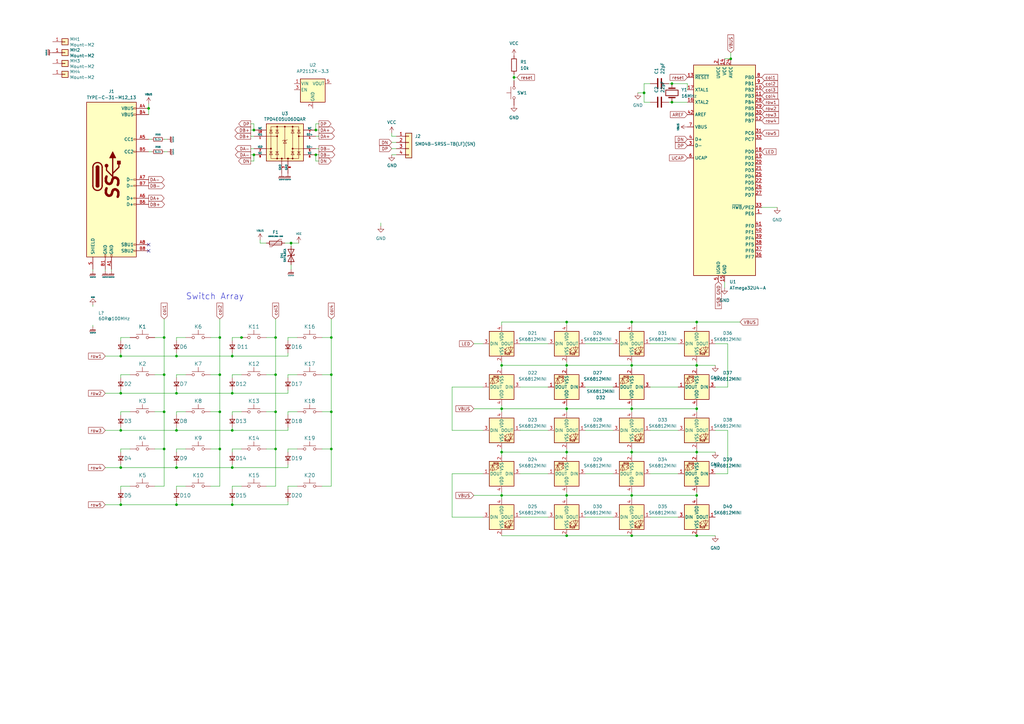
<source format=kicad_sch>
(kicad_sch (version 20211123) (generator eeschema)
  (paper "A3")
  (junction (at 135.89 138.43))
  (junction (at 104.14 53.34))
  (junction (at 232.41 167.64))
  (junction (at 259.08 185.42))
  (junction (at 67.31 153.67))
  (junction (at 49.53 176.53))
  (junction (at 205.74 167.64))
  (junction (at 205.74 203.2))
  (junction (at 95.25 207.01))
  (junction (at 90.17 168.91))
  (junction (at 259.08 203.2))
  (junction (at 259.08 219.71))
  (junction (at 285.75 132.08))
  (junction (at 275.59 34.29))
  (junction (at 90.17 184.15))
  (junction (at 72.39 191.77))
  (junction (at 210.82 31.75))
  (junction (at 285.75 167.64))
  (junction (at 232.41 132.08))
  (junction (at 119.38 99.695))
  (junction (at 95.25 176.53))
  (junction (at 67.31 168.91))
  (junction (at 259.08 167.64))
  (junction (at 135.89 153.67))
  (junction (at 72.39 146.05))
  (junction (at 90.17 153.67))
  (junction (at 205.74 149.86))
  (junction (at 72.39 161.29))
  (junction (at 232.41 149.86))
  (junction (at 259.08 149.86))
  (junction (at 285.75 203.2))
  (junction (at 129.54 63.5))
  (junction (at 90.17 138.43))
  (junction (at 264.16 38.1))
  (junction (at 72.39 207.01))
  (junction (at 95.25 146.05))
  (junction (at 113.03 138.43))
  (junction (at 49.53 161.29))
  (junction (at 95.25 161.29))
  (junction (at 67.31 138.43))
  (junction (at 275.59 41.91))
  (junction (at 104.14 63.5))
  (junction (at 49.53 191.77))
  (junction (at 285.75 149.86))
  (junction (at 129.54 53.34))
  (junction (at 285.75 185.42))
  (junction (at 113.03 184.15))
  (junction (at 299.72 24.13))
  (junction (at 49.53 207.01))
  (junction (at 113.03 153.67))
  (junction (at 285.75 219.71))
  (junction (at 232.41 203.2))
  (junction (at 95.25 191.77))
  (junction (at 135.89 168.91))
  (junction (at 135.89 184.15))
  (junction (at 232.41 185.42))
  (junction (at 49.53 146.05))
  (junction (at 99.06 138.43))
  (junction (at 205.74 185.42))
  (junction (at 232.41 219.71))
  (junction (at 67.31 184.15))
  (junction (at 259.08 132.08))
  (junction (at 72.39 176.53))
  (junction (at 113.03 168.91))
  (junction (at 60.96 44.45))
  (no_connect (at 60.96 102.87))
  (no_connect (at 60.96 100.33))
  (wire (pts (xy 118.11 160.02) (xy 118.11 161.29)))
  (wire (pts (xy 49.53 175.26) (xy 49.53 176.53)))
  (wire (pts (xy 259.08 167.64) (xy 259.08 168.91)))
  (wire (pts (xy 49.53 138.43) (xy 49.53 139.7)))
  (wire (pts (xy 72.39 184.15) (xy 72.39 185.42)))
  (wire (pts (xy 109.22 184.15) (xy 113.03 184.15)))
  (wire (pts (xy 60.96 62.23) (xy 62.23 62.23)))
  (wire (pts (xy 109.22 199.39) (xy 113.03 199.39)))
  (wire (pts (xy 261.62 38.1) (xy 264.16 38.1)))
  (wire (pts (xy 118.11 138.43) (xy 118.11 139.7)))
  (wire (pts (xy 72.39 176.53) (xy 95.25 176.53)))
  (wire (pts (xy 63.5 138.43) (xy 67.31 138.43)))
  (wire (pts (xy 95.25 146.05) (xy 118.11 146.05)))
  (wire (pts (xy 95.25 168.91) (xy 99.06 168.91)))
  (wire (pts (xy 102.87 66.04) (xy 104.14 66.04)))
  (wire (pts (xy 132.08 153.67) (xy 135.89 153.67)))
  (wire (pts (xy 299.72 21.59) (xy 299.72 24.13)))
  (wire (pts (xy 129.54 63.5) (xy 130.81 63.5)))
  (wire (pts (xy 297.18 24.13) (xy 299.72 24.13)))
  (wire (pts (xy 285.75 132.08) (xy 285.75 133.35)))
  (wire (pts (xy 90.17 130.81) (xy 90.17 138.43)))
  (wire (pts (xy 274.32 34.29) (xy 275.59 34.29)))
  (wire (pts (xy 86.36 153.67) (xy 90.17 153.67)))
  (wire (pts (xy 264.16 34.29) (xy 266.7 34.29)))
  (wire (pts (xy 90.17 184.15) (xy 90.17 199.39)))
  (wire (pts (xy 259.08 219.71) (xy 285.75 219.71)))
  (wire (pts (xy 113.03 153.67) (xy 113.03 168.91)))
  (wire (pts (xy 109.22 153.67) (xy 113.03 153.67)))
  (wire (pts (xy 104.14 50.8) (xy 104.14 53.34)))
  (wire (pts (xy 63.5 168.91) (xy 67.31 168.91)))
  (wire (pts (xy 104.14 66.04) (xy 104.14 63.5)))
  (wire (pts (xy 129.54 50.8) (xy 129.54 53.34)))
  (wire (pts (xy 60.96 44.45) (xy 60.96 46.99)))
  (wire (pts (xy 135.89 168.91) (xy 135.89 184.15)))
  (wire (pts (xy 185.42 212.09) (xy 198.12 212.09)))
  (wire (pts (xy 259.08 166.37) (xy 259.08 167.64)))
  (wire (pts (xy 205.74 203.2) (xy 232.41 203.2)))
  (wire (pts (xy 240.03 212.09) (xy 251.46 212.09)))
  (wire (pts (xy 49.53 199.39) (xy 53.34 199.39)))
  (wire (pts (xy 95.25 153.67) (xy 99.06 153.67)))
  (wire (pts (xy 132.08 168.91) (xy 135.89 168.91)))
  (wire (pts (xy 194.31 203.2) (xy 205.74 203.2)))
  (wire (pts (xy 156.21 91.44) (xy 156.21 92.71)))
  (wire (pts (xy 118.11 199.39) (xy 118.11 200.66)))
  (wire (pts (xy 232.41 148.59) (xy 232.41 149.86)))
  (wire (pts (xy 102.87 60.96) (xy 104.14 60.96)))
  (wire (pts (xy 132.08 199.39) (xy 135.89 199.39)))
  (wire (pts (xy 95.25 205.74) (xy 95.25 207.01)))
  (wire (pts (xy 266.7 41.91) (xy 264.16 41.91)))
  (wire (pts (xy 205.74 185.42) (xy 232.41 185.42)))
  (wire (pts (xy 213.36 158.75) (xy 224.79 158.75)))
  (wire (pts (xy 63.5 153.67) (xy 67.31 153.67)))
  (wire (pts (xy 72.39 144.78) (xy 72.39 146.05)))
  (wire (pts (xy 275.59 41.91) (xy 281.94 41.91)))
  (wire (pts (xy 132.08 138.43) (xy 135.89 138.43)))
  (wire (pts (xy 95.25 176.53) (xy 118.11 176.53)))
  (wire (pts (xy 72.39 160.02) (xy 72.39 161.29)))
  (wire (pts (xy 198.12 194.31) (xy 185.42 194.31)))
  (wire (pts (xy 162.56 58.42) (xy 160.655 58.42)))
  (wire (pts (xy 43.18 146.05) (xy 49.53 146.05)))
  (wire (pts (xy 67.31 168.91) (xy 67.31 184.15)))
  (wire (pts (xy 95.25 190.5) (xy 95.25 191.77)))
  (wire (pts (xy 63.5 199.39) (xy 67.31 199.39)))
  (wire (pts (xy 232.41 203.2) (xy 232.41 204.47)))
  (wire (pts (xy 86.36 199.39) (xy 90.17 199.39)))
  (wire (pts (xy 67.31 153.67) (xy 67.31 168.91)))
  (wire (pts (xy 72.39 207.01) (xy 95.25 207.01)))
  (wire (pts (xy 259.08 149.86) (xy 259.08 151.13)))
  (wire (pts (xy 298.45 158.75) (xy 293.37 158.75)))
  (wire (pts (xy 116.84 99.695) (xy 119.38 99.695)))
  (wire (pts (xy 185.42 194.31) (xy 185.42 212.09)))
  (wire (pts (xy 102.87 63.5) (xy 104.14 63.5)))
  (wire (pts (xy 240.03 194.31) (xy 251.46 194.31)))
  (wire (pts (xy 95.25 168.91) (xy 95.25 170.18)))
  (wire (pts (xy 240.03 140.97) (xy 251.46 140.97)))
  (wire (pts (xy 49.53 144.78) (xy 49.53 146.05)))
  (wire (pts (xy 49.53 199.39) (xy 49.53 200.66)))
  (wire (pts (xy 119.38 99.695) (xy 122.555 99.695)))
  (wire (pts (xy 205.74 185.42) (xy 205.74 186.69)))
  (wire (pts (xy 259.08 149.86) (xy 232.41 149.86)))
  (wire (pts (xy 106.68 99.695) (xy 109.22 99.695)))
  (wire (pts (xy 232.41 201.93) (xy 232.41 203.2)))
  (wire (pts (xy 135.89 153.67) (xy 135.89 168.91)))
  (wire (pts (xy 43.18 161.29) (xy 49.53 161.29)))
  (wire (pts (xy 285.75 219.71) (xy 293.37 219.71)))
  (wire (pts (xy 63.5 184.15) (xy 67.31 184.15)))
  (wire (pts (xy 135.89 184.15) (xy 135.89 199.39)))
  (wire (pts (xy 119.38 108.585) (xy 119.38 110.49)))
  (wire (pts (xy 194.31 167.64) (xy 205.74 167.64)))
  (wire (pts (xy 160.655 63.5) (xy 162.56 63.5)))
  (wire (pts (xy 285.75 132.08) (xy 259.08 132.08)))
  (wire (pts (xy 205.74 149.86) (xy 205.74 151.13)))
  (wire (pts (xy 194.31 140.97) (xy 198.12 140.97)))
  (wire (pts (xy 67.31 57.15) (xy 68.58 57.15)))
  (wire (pts (xy 72.39 190.5) (xy 72.39 191.77)))
  (wire (pts (xy 205.74 184.15) (xy 205.74 185.42)))
  (wire (pts (xy 72.39 161.29) (xy 95.25 161.29)))
  (wire (pts (xy 49.53 176.53) (xy 72.39 176.53)))
  (wire (pts (xy 198.12 158.75) (xy 185.42 158.75)))
  (wire (pts (xy 259.08 132.08) (xy 232.41 132.08)))
  (wire (pts (xy 109.22 138.43) (xy 113.03 138.43)))
  (wire (pts (xy 45.72 110.49) (xy 45.72 111.125)))
  (wire (pts (xy 106.68 98.425) (xy 106.68 99.695)))
  (wire (pts (xy 38.1 125.095) (xy 38.1 125.73)))
  (wire (pts (xy 72.39 153.67) (xy 76.2 153.67)))
  (wire (pts (xy 95.25 199.39) (xy 95.25 200.66)))
  (wire (pts (xy 210.82 31.75) (xy 212.09 31.75)))
  (wire (pts (xy 43.18 191.77) (xy 49.53 191.77)))
  (wire (pts (xy 86.36 168.91) (xy 90.17 168.91)))
  (wire (pts (xy 266.7 158.75) (xy 278.13 158.75)))
  (wire (pts (xy 95.25 160.02) (xy 95.25 161.29)))
  (wire (pts (xy 259.08 167.64) (xy 285.75 167.64)))
  (wire (pts (xy 285.75 167.64) (xy 285.75 166.37)))
  (wire (pts (xy 118.11 138.43) (xy 121.92 138.43)))
  (wire (pts (xy 49.53 160.02) (xy 49.53 161.29)))
  (wire (pts (xy 266.7 212.09) (xy 278.13 212.09)))
  (wire (pts (xy 213.36 140.97) (xy 224.79 140.97)))
  (wire (pts (xy 232.41 184.15) (xy 232.41 185.42)))
  (wire (pts (xy 259.08 148.59) (xy 259.08 149.86)))
  (wire (pts (xy 49.53 184.15) (xy 53.34 184.15)))
  (wire (pts (xy 72.39 199.39) (xy 72.39 200.66)))
  (wire (pts (xy 298.45 194.31) (xy 293.37 194.31)))
  (wire (pts (xy 259.08 184.15) (xy 259.08 185.42)))
  (wire (pts (xy 67.31 138.43) (xy 67.31 153.67)))
  (wire (pts (xy 285.75 149.86) (xy 285.75 151.13)))
  (wire (pts (xy 285.75 203.2) (xy 285.75 201.93)))
  (wire (pts (xy 129.54 60.96) (xy 130.81 60.96)))
  (wire (pts (xy 205.74 203.2) (xy 205.74 204.47)))
  (wire (pts (xy 129.54 66.04) (xy 130.81 66.04)))
  (wire (pts (xy 266.7 140.97) (xy 278.13 140.97)))
  (wire (pts (xy 232.41 132.08) (xy 232.41 133.35)))
  (wire (pts (xy 72.39 175.26) (xy 72.39 176.53)))
  (wire (pts (xy 293.37 149.86) (xy 285.75 149.86)))
  (wire (pts (xy 90.17 138.43) (xy 90.17 153.67)))
  (wire (pts (xy 205.74 132.08) (xy 205.74 133.35)))
  (wire (pts (xy 281.94 36.83) (xy 281.94 34.29)))
  (wire (pts (xy 293.37 140.97) (xy 298.45 140.97)))
  (wire (pts (xy 285.75 167.64) (xy 285.75 168.91)))
  (wire (pts (xy 95.25 199.39) (xy 99.06 199.39)))
  (wire (pts (xy 86.36 138.43) (xy 90.17 138.43)))
  (wire (pts (xy 160.655 54.61) (xy 160.655 55.88)))
  (wire (pts (xy 118.11 184.15) (xy 121.92 184.15)))
  (wire (pts (xy 113.03 130.81) (xy 113.03 138.43)))
  (wire (pts (xy 303.53 132.08) (xy 285.75 132.08)))
  (wire (pts (xy 90.17 153.67) (xy 90.17 168.91)))
  (wire (pts (xy 49.53 153.67) (xy 49.53 154.94)))
  (wire (pts (xy 213.36 194.31) (xy 224.79 194.31)))
  (wire (pts (xy 205.74 166.37) (xy 205.74 167.64)))
  (wire (pts (xy 72.39 184.15) (xy 76.2 184.15)))
  (wire (pts (xy 185.42 176.53) (xy 198.12 176.53)))
  (wire (pts (xy 49.53 207.01) (xy 72.39 207.01)))
  (wire (pts (xy 266.7 194.31) (xy 278.13 194.31)))
  (wire (pts (xy 95.25 161.29) (xy 118.11 161.29)))
  (wire (pts (xy 285.75 185.42) (xy 293.37 185.42)))
  (wire (pts (xy 232.41 167.64) (xy 259.08 167.64)))
  (wire (pts (xy 102.87 55.88) (xy 104.14 55.88)))
  (wire (pts (xy 67.31 62.23) (xy 68.58 62.23)))
  (wire (pts (xy 118.11 205.74) (xy 118.11 207.01)))
  (wire (pts (xy 72.39 168.91) (xy 72.39 170.18)))
  (wire (pts (xy 43.18 207.01) (xy 49.53 207.01)))
  (wire (pts (xy 275.59 34.29) (xy 281.94 34.29)))
  (wire (pts (xy 113.03 184.15) (xy 113.03 199.39)))
  (wire (pts (xy 72.39 138.43) (xy 72.39 139.7)))
  (wire (pts (xy 298.45 140.97) (xy 298.45 158.75)))
  (wire (pts (xy 60.96 42.545) (xy 60.96 44.45)))
  (wire (pts (xy 95.25 138.43) (xy 95.25 139.7)))
  (wire (pts (xy 298.45 176.53) (xy 298.45 194.31)))
  (wire (pts (xy 72.39 146.05) (xy 95.25 146.05)))
  (wire (pts (xy 259.08 203.2) (xy 259.08 204.47)))
  (wire (pts (xy 132.08 184.15) (xy 135.89 184.15)))
  (wire (pts (xy 232.41 185.42) (xy 259.08 185.42)))
  (wire (pts (xy 205.74 167.64) (xy 232.41 167.64)))
  (wire (pts (xy 213.36 176.53) (xy 224.79 176.53)))
  (wire (pts (xy 118.11 153.67) (xy 118.11 154.94)))
  (wire (pts (xy 95.25 153.67) (xy 95.25 154.94)))
  (wire (pts (xy 205.74 219.71) (xy 232.41 219.71)))
  (wire (pts (xy 264.16 41.91) (xy 264.16 38.1)))
  (wire (pts (xy 285.75 203.2) (xy 285.75 204.47)))
  (wire (pts (xy 119.38 99.695) (xy 119.38 100.965)))
  (wire (pts (xy 259.08 203.2) (xy 285.75 203.2)))
  (wire (pts (xy 43.18 110.49) (xy 43.18 111.125)))
  (wire (pts (xy 72.39 138.43) (xy 76.2 138.43)))
  (wire (pts (xy 95.25 138.43) (xy 99.06 138.43)))
  (wire (pts (xy 118.11 199.39) (xy 121.92 199.39)))
  (wire (pts (xy 129.54 63.5) (xy 129.54 66.04)))
  (wire (pts (xy 72.39 153.67) (xy 72.39 154.94)))
  (wire (pts (xy 160.655 60.96) (xy 162.56 60.96)))
  (wire (pts (xy 135.89 130.81) (xy 135.89 138.43)))
  (wire (pts (xy 102.87 50.8) (xy 104.14 50.8)))
  (wire (pts (xy 205.74 201.93) (xy 205.74 203.2)))
  (wire (pts (xy 205.74 167.64) (xy 205.74 168.91)))
  (wire (pts (xy 160.655 55.88) (xy 162.56 55.88)))
  (wire (pts (xy 285.75 185.42) (xy 285.75 186.69)))
  (wire (pts (xy 113.03 138.43) (xy 113.03 153.67)))
  (wire (pts (xy 210.82 30.48) (xy 210.82 31.75)))
  (wire (pts (xy 49.53 168.91) (xy 53.34 168.91)))
  (wire (pts (xy 118.11 168.91) (xy 118.11 170.18)))
  (wire (pts (xy 49.53 205.74) (xy 49.53 207.01)))
  (wire (pts (xy 213.36 212.09) (xy 224.79 212.09)))
  (wire (pts (xy 118.11 168.91) (xy 121.92 168.91)))
  (wire (pts (xy 49.53 191.77) (xy 72.39 191.77)))
  (wire (pts (xy 43.18 176.53) (xy 49.53 176.53)))
  (wire (pts (xy 95.25 144.78) (xy 95.25 146.05)))
  (wire (pts (xy 293.37 176.53) (xy 298.45 176.53)))
  (wire (pts (xy 67.31 130.81) (xy 67.31 138.43)))
  (wire (pts (xy 264.16 38.1) (xy 264.16 34.29)))
  (wire (pts (xy 95.25 175.26) (xy 95.25 176.53)))
  (wire (pts (xy 49.53 153.67) (xy 53.34 153.67)))
  (wire (pts (xy 72.39 191.77) (xy 95.25 191.77)))
  (wire (pts (xy 130.81 50.8) (xy 129.54 50.8)))
  (wire (pts (xy 72.39 168.91) (xy 76.2 168.91)))
  (wire (pts (xy 95.25 184.15) (xy 95.25 185.42)))
  (wire (pts (xy 60.96 57.15) (xy 62.23 57.15)))
  (wire (pts (xy 49.53 168.91) (xy 49.53 170.18)))
  (wire (pts (xy 38.1 133.35) (xy 38.1 133.985)))
  (wire (pts (xy 102.87 53.34) (xy 104.14 53.34)))
  (wire (pts (xy 49.53 184.15) (xy 49.53 185.42)))
  (wire (pts (xy 118.11 144.78) (xy 118.11 146.05)))
  (wire (pts (xy 72.39 199.39) (xy 76.2 199.39)))
  (wire (pts (xy 113.03 168.91) (xy 113.03 184.15)))
  (wire (pts (xy 259.08 132.08) (xy 259.08 133.35)))
  (wire (pts (xy 285.75 148.59) (xy 285.75 149.86)))
  (wire (pts (xy 274.32 41.91) (xy 275.59 41.91)))
  (wire (pts (xy 86.36 184.15) (xy 90.17 184.15)))
  (wire (pts (xy 49.53 161.29) (xy 72.39 161.29)))
  (wire (pts (xy 285.75 184.15) (xy 285.75 185.42)))
  (wire (pts (xy 240.03 158.75) (xy 251.46 158.75)))
  (wire (pts (xy 118.11 153.67) (xy 121.92 153.67)))
  (wire (pts (xy 118.11 175.26) (xy 118.11 176.53)))
  (wire (pts (xy 259.08 185.42) (xy 285.75 185.42)))
  (wire (pts (xy 259.08 185.42) (xy 259.08 186.69)))
  (wire (pts (xy 232.41 132.08) (xy 205.74 132.08)))
  (wire (pts (xy 259.08 201.93) (xy 259.08 203.2)))
  (wire (pts (xy 129.54 55.88) (xy 130.81 55.88)))
  (wire (pts (xy 232.41 219.71) (xy 259.08 219.71)))
  (wire (pts (xy 118.11 190.5) (xy 118.11 191.77)))
  (wire (pts (xy 38.1 110.49) (xy 38.1 111.125)))
  (wire (pts (xy 205.74 149.86) (xy 205.74 148.59)))
  (wire (pts (xy 90.17 168.91) (xy 90.17 184.15)))
  (wire (pts (xy 232.41 167.64) (xy 232.41 168.91)))
  (wire (pts (xy 118.11 184.15) (xy 118.11 185.42)))
  (wire (pts (xy 232.41 203.2) (xy 259.08 203.2)))
  (wire (pts (xy 185.42 158.75) (xy 185.42 176.53)))
  (wire (pts (xy 95.25 184.15) (xy 99.06 184.15)))
  (wire (pts (xy 99.06 138.43) (xy 99.695 138.43)))
  (wire (pts (xy 232.41 149.86) (xy 232.41 151.13)))
  (wire (pts (xy 266.7 176.53) (xy 278.13 176.53)))
  (wire (pts (xy 49.53 190.5) (xy 49.53 191.77)))
  (wire (pts (xy 95.25 207.01) (xy 118.11 207.01)))
  (wire (pts (xy 109.22 168.91) (xy 113.03 168.91)))
  (wire (pts (xy 95.25 191.77) (xy 118.11 191.77)))
  (wire (pts (xy 210.82 31.75) (xy 210.82 33.02)))
  (wire (pts (xy 297.18 115.57) (xy 297.18 118.11)))
  (wire (pts (xy 232.41 149.86) (xy 205.74 149.86)))
  (wire (pts (xy 312.42 85.09) (xy 318.77 85.09)))
  (wire (pts (xy 49.53 146.05) (xy 72.39 146.05)))
  (wire (pts (xy 232.41 166.37) (xy 232.41 167.64)))
  (wire (pts (xy 72.39 205.74) (xy 72.39 207.01)))
  (wire (pts (xy 232.41 185.42) (xy 232.41 186.69)))
  (wire (pts (xy 49.53 138.43) (xy 53.34 138.43)))
  (wire (pts (xy 67.31 184.15) (xy 67.31 199.39)))
  (wire (pts (xy 129.54 53.34) (xy 130.81 53.34)))
  (wire (pts (xy 135.89 138.43) (xy 135.89 153.67)))
  (wire (pts (xy 285.75 149.86) (xy 259.08 149.86)))
  (wire (pts (xy 240.03 176.53) (xy 251.46 176.53)))
  (text "Switch Array" (at 76.2 123.19 0) (effects (font (size 2.54 2.54)) (justify left bottom)))
  (global_label "DA+" (shape output) (at 130.81 53.34 0) (property "Intersheet References" "${INTERSHEET_REFS}" (effects hide)))
  (global_label "DN" (shape input) (at 281.94 57.15 180) (property "Intersheet References" "${INTERSHEET_REFS}" (effects hide)))
  (global_label "row5" (shape input) (at 312.42 54.61 0) (property "Intersheet References" "${INTERSHEET_REFS}" (effects hide)))
  (global_label "VBUS" (shape input) (at 303.53 132.08 0) (property "Intersheet References" "${INTERSHEET_REFS}" (effects hide)))
  (global_label "LED" (shape input) (at 312.42 62.23 0) (property "Intersheet References" "${INTERSHEET_REFS}" (effects hide)))
  (global_label "row5" (shape input) (at 43.18 207.01 180) (property "Intersheet References" "${INTERSHEET_REFS}" (effects hide)))
  (global_label "VBUS" (shape input) (at 194.31 167.64 180) (property "Intersheet References" "${INTERSHEET_REFS}" (effects hide)))
  (global_label "DB+" (shape output) (at 102.87 55.88 180) (property "Intersheet References" "${INTERSHEET_REFS}" (effects hide)))
  (global_label "LED" (shape input) (at 194.31 140.97 180) (property "Intersheet References" "${INTERSHEET_REFS}" (effects hide)))
  (global_label "DA-" (shape output) (at 102.87 63.5 180) (property "Intersheet References" "${INTERSHEET_REFS}" (effects hide)))
  (global_label "col4" (shape input) (at 135.89 130.81 90) (property "Intersheet References" "${INTERSHEET_REFS}" (effects hide)))
  (global_label "row3" (shape input) (at 43.18 176.53 180) (property "Intersheet References" "${INTERSHEET_REFS}" (effects hide)))
  (global_label "DB-" (shape output) (at 130.81 60.96 0) (property "Intersheet References" "${INTERSHEET_REFS}" (effects hide)))
  (global_label "DA-" (shape output) (at 60.96 73.66 0) (property "Intersheet References" "${INTERSHEET_REFS}" (effects hide)))
  (global_label "DN" (shape output) (at 130.81 66.04 0) (property "Intersheet References" "${INTERSHEET_REFS}" (effects hide)))
  (global_label "col2" (shape input) (at 312.42 34.29 0) (property "Intersheet References" "${INTERSHEET_REFS}" (effects hide)))
  (global_label "row4" (shape input) (at 312.42 49.53 0) (property "Intersheet References" "${INTERSHEET_REFS}" (effects hide)))
  (global_label "DB+" (shape output) (at 102.87 53.34 180) (property "Intersheet References" "${INTERSHEET_REFS}" (effects hide)))
  (global_label "DP" (shape input) (at 281.94 59.69 180) (property "Intersheet References" "${INTERSHEET_REFS}" (effects hide)))
  (global_label "row4" (shape input) (at 43.18 191.77 180) (property "Intersheet References" "${INTERSHEET_REFS}" (effects hide)))
  (global_label "col4" (shape input) (at 312.42 39.37 0) (property "Intersheet References" "${INTERSHEET_REFS}" (effects hide)))
  (global_label "row2" (shape input) (at 43.18 161.29 180) (property "Intersheet References" "${INTERSHEET_REFS}" (effects hide)))
  (global_label "col1" (shape input) (at 312.42 31.75 0) (property "Intersheet References" "${INTERSHEET_REFS}" (effects hide)))
  (global_label "DB+" (shape output) (at 60.96 83.82 0) (property "Intersheet References" "${INTERSHEET_REFS}" (effects hide)))
  (global_label "reset" (shape input) (at 212.09 31.75 0) (property "Intersheet References" "${INTERSHEET_REFS}" (effects hide)))
  (global_label "col2" (shape input) (at 90.17 130.81 90) (property "Intersheet References" "${INTERSHEET_REFS}" (effects hide)))
  (global_label "col3" (shape input) (at 312.42 36.83 0) (property "Intersheet References" "${INTERSHEET_REFS}" (effects hide)))
  (global_label "row2" (shape input) (at 312.42 44.45 0) (property "Intersheet References" "${INTERSHEET_REFS}" (effects hide)))
  (global_label "DA+" (shape output) (at 60.96 81.28 0) (property "Intersheet References" "${INTERSHEET_REFS}" (effects hide)))
  (global_label "reset" (shape input) (at 281.94 31.75 180) (property "Intersheet References" "${INTERSHEET_REFS}" (effects hide)))
  (global_label "AREF" (shape input) (at 281.94 46.99 180) (property "Intersheet References" "${INTERSHEET_REFS}" (effects hide)))
  (global_label "col3" (shape input) (at 113.03 130.81 90) (property "Intersheet References" "${INTERSHEET_REFS}" (effects hide)))
  (global_label "DA-" (shape output) (at 102.87 60.96 180) (property "Intersheet References" "${INTERSHEET_REFS}" (effects hide)))
  (global_label "DB-" (shape output) (at 130.81 63.5 0) (property "Intersheet References" "${INTERSHEET_REFS}" (effects hide)))
  (global_label "row1" (shape input) (at 312.42 41.91 0) (property "Intersheet References" "${INTERSHEET_REFS}" (effects hide)))
  (global_label "DP" (shape output) (at 130.81 50.8 0) (property "Intersheet References" "${INTERSHEET_REFS}" (effects hide)))
  (global_label "DA+" (shape output) (at 130.81 55.88 0) (property "Intersheet References" "${INTERSHEET_REFS}" (effects hide)))
  (global_label "UCAP" (shape input) (at 281.94 64.77 180) (property "Intersheet References" "${INTERSHEET_REFS}" (effects hide)))
  (global_label "DN" (shape input) (at 160.655 58.42 180) (property "Intersheet References" "${INTERSHEET_REFS}" (effects hide)))
  (global_label "DB-" (shape output) (at 60.96 76.2 0) (property "Intersheet References" "${INTERSHEET_REFS}" (effects hide)))
  (global_label "row1" (shape input) (at 43.18 146.05 180) (property "Intersheet References" "${INTERSHEET_REFS}" (effects hide)))
  (global_label "USB GND" (shape input) (at 294.64 115.57 270) (property "Intersheet References" "${INTERSHEET_REFS}" (effects hide)))
  (global_label "DP" (shape output) (at 102.87 50.8 180) (property "Intersheet References" "${INTERSHEET_REFS}" (effects hide)))
  (global_label "col1" (shape input) (at 67.31 130.81 90) (property "Intersheet References" "${INTERSHEET_REFS}" (effects hide)))
  (global_label "row3" (shape input) (at 312.42 46.99 0) (property "Intersheet References" "${INTERSHEET_REFS}" (effects hide)))
  (global_label "VBUS" (shape input) (at 299.72 21.59 90) (property "Intersheet References" "${INTERSHEET_REFS}" (effects hide)))
  (global_label "VBUS" (shape input) (at 194.31 203.2 180) (property "Intersheet References" "${INTERSHEET_REFS}" (effects hide)))
  (global_label "DP" (shape input) (at 160.655 60.96 180) (property "Intersheet References" "${INTERSHEET_REFS}" (effects hide)))
  (global_label "DN" (shape output) (at 102.87 66.04 180) (property "Intersheet References" "${INTERSHEET_REFS}" (effects hide)))
  (symbol (lib_id "power:GND") (at 261.62 38.1 0) (unit 1)
    (property "Reference" "#PWR0106" (effects hide))
    (property "Value" "GND" (at 261.62 43.18 0))
  )
  (symbol (lib_id "power:GNDPWR") (at 38.1 111.125 0) (unit 1)
    (property "Reference" "#PWR0109" (effects hide))
    (property "Value" "GNDPWR" (at 38.1 113.665 0) (effects (font (size 0.381 0.381))))
  )
  (symbol (lib_id "Unified-Daughterboard-rescue:L_Core_Ferrite-Device") (at 38.1 129.54 0) (unit 1)
    (property "Reference" "L?" (at 40.3352 128.397 0) (effects (justify left)))
    (property "Value" "60R@100MHz" (at 40.3352 130.683 0) (effects (justify left)))
    (property "Footprint" "Inductor_SMD:L_1206_3216Metric" (effects hide))
    (property "Manufacturer" "MELED Industrial" (effects hide))
    (property "Manufacturer Part No" "MLB3216-600P4A(f)" (effects hide))
    (property "LCSC Part No" "C33600" (effects hide))
    (property "Package" "L1206" (effects hide))
  )
  (symbol (lib_id "power:VBUS") (at 60.96 42.545 0) (unit 1)
    (property "Reference" "#PWR0112" (effects hide))
    (property "Value" "VBUS" (at 60.96 38.735 0) (effects (font (size 0.762 0.762))))
  )
  (symbol (lib_id "Switch:SW_Push") (at 81.28 153.67 0) (mirror y) (unit 1)
    (property "Reference" "K7" (at 81.28 149.225 0) (effects (font (size 1.524 1.524))))
    (property "Value" "Kailh Hotswap Socket" (effects hide))
    (property "Footprint" "marbastlib-mx:SW_MX_HS_1u" (effects hide))
    (property "Notes" "Not available from Digikey / LCSC" (effects hide))
    (property "MPN" "CPG151101S11" (effects hide))
    (property "Manufacturer" "Kailh Switch" (effects hide))
    (property "Substitue Allowed?" "N" (effects hide))
  )
  (symbol (lib_id "LED:SK6812MINI") (at 232.41 194.31 180) (unit 1)
    (property "Reference" "D29" (at 245.11 188.4805 0))
    (property "Value" "SK6812MINI" (at 245.11 191.0205 0))
    (property "Footprint" "Project Fauxbow:SK6812MINI_rev" (effects hide))
    (property "Datasheet" "https://cdn-shop.adafruit.com/product-files/2686/SK6812MINI_REV.01-1-2.pdf" (effects hide))
  )
  (symbol (lib_id "Switch:SW_Push") (at 81.28 199.39 0) (mirror y) (unit 1)
    (property "Reference" "K10" (at 81.28 194.945 0) (effects (font (size 1.524 1.524))))
    (property "Value" "Kailh Hotswap Socket" (effects hide))
    (property "Footprint" "marbastlib-mx:SW_MX_HS_1u" (effects hide))
    (property "Notes" "Not available from Digikey / LCSC" (effects hide))
    (property "MPN" "CPG151101S11" (effects hide))
    (property "Manufacturer" "Kailh Switch" (effects hide))
    (property "Substitue Allowed?" "N" (effects hide))
  )
  (symbol (lib_id "power:GND") (at 156.21 92.71 0) (unit 1)
    (property "Reference" "#PWR0107" (effects hide))
    (property "Value" "GND" (at 156.21 97.79 0))
  )
  (symbol (lib_id "power:GND") (at 210.82 43.18 0) (unit 1)
    (property "Reference" "#PWR0108" (effects hide))
    (property "Value" "GND" (at 210.82 48.26 0))
  )
  (symbol (lib_id "LED:SK6812MINI") (at 232.41 176.53 0) (unit 1)
    (property "Reference" "D28" (at 245.11 172.1993 0))
    (property "Value" "SK6812MINI" (at 245.11 174.7393 0))
    (property "Footprint" "Project Fauxbow:SK6812MINI_rev" (effects hide))
    (property "Datasheet" "https://cdn-shop.adafruit.com/product-files/2686/SK6812MINI_REV.01-1-2.pdf" (effects hide))
  )
  (symbol (lib_id "Device:D_Small") (at 72.39 187.96 90) (unit 1)
    (property "Reference" "D9" (at 73.66 187.96 90) (effects (font (size 1.524 1.524)) (justify right)))
    (property "Value" "1N4148" (effects hide))
    (property "Footprint" "Diode_SMD:D_SOD-123" (effects hide))
    (property "LCSC" "C83528" (effects hide))
    (property "MPN" "1N4148W-7-F" (effects hide))
    (property "DigiKey" "1N4148W-FDICT-ND\r" (effects hide))
    (property "Substitue Allowed?" "Y - Any 1N4148" (effects hide))
    (property "Manufacturer" "Diodes Inc\r" (effects hide))
  )
  (symbol (lib_id "LED:SK6812MINI") (at 285.75 140.97 0) (unit 1)
    (property "Reference" "D36" (at 298.45 136.6393 0))
    (property "Value" "SK6812MINI" (at 298.45 139.1793 0))
    (property "Footprint" "Project Fauxbow:SK6812MINI_rev" (effects hide))
    (property "Datasheet" "https://cdn-shop.adafruit.com/product-files/2686/SK6812MINI_REV.01-1-2.pdf" (effects hide))
  )
  (symbol (lib_id "power:GND") (at 293.37 219.71 0) (unit 1)
    (property "Reference" "#PWR0126" (effects hide))
    (property "Value" "GND" (at 293.37 224.79 0))
  )
  (symbol (lib_id "power:GNDPWR") (at 115.57 71.12 0) (unit 1)
    (property "Reference" "#PWR0116" (effects hide))
    (property "Value" "GNDPWR" (at 115.57 73.66 0) (effects (font (size 0.381 0.381))))
  )
  (symbol (lib_id "Switch:SW_Push") (at 127 199.39 0) (mirror y) (unit 1)
    (property "Reference" "K20" (at 127 194.945 0) (effects (font (size 1.524 1.524))))
    (property "Value" "Kailh Hotswap Socket" (effects hide))
    (property "Footprint" "marbastlib-mx:SW_MX_HS_1u" (effects hide))
    (property "Notes" "Not available from Digikey / LCSC" (effects hide))
    (property "MPN" "CPG151101S11" (effects hide))
    (property "Manufacturer" "Kailh Switch" (effects hide))
    (property "Substitue Allowed?" "N" (effects hide))
  )
  (symbol (lib_id "power:GNDPWR") (at 38.1 133.985 0) (unit 1)
    (property "Reference" "#PWR0103" (effects hide))
    (property "Value" "GNDPWR" (at 38.1 136.525 0) (effects (font (size 0.381 0.381))))
  )
  (symbol (lib_id "Device:D_Small") (at 72.39 203.2 90) (unit 1)
    (property "Reference" "D10" (at 73.66 203.2 90) (effects (font (size 1.524 1.524)) (justify right)))
    (property "Value" "1N4148" (effects hide))
    (property "Footprint" "Diode_SMD:D_SOD-123" (effects hide))
    (property "LCSC" "C83528" (effects hide))
    (property "MPN" "1N4148W-7-F" (effects hide))
    (property "DigiKey" "1N4148W-FDICT-ND\r" (effects hide))
    (property "Substitue Allowed?" "Y - Any 1N4148" (effects hide))
    (property "Manufacturer" "Diodes Inc\r" (effects hide))
  )
  (symbol (lib_id "Connector_Generic:Conn_01x01") (at 26.67 26.035 0) (unit 1)
    (property "Reference" "MH3" (at 28.6766 24.9682 0) (effects (justify left)))
    (property "Value" "Mount-M2" (at 28.6766 27.2796 0) (effects (justify left)))
    (property "Footprint" "random-keyboard-parts:Generic-Mounthole" (effects hide))
  )
  (symbol (lib_id "power:GND") (at 293.37 149.86 0) (unit 1)
    (property "Reference" "#PWR0124" (effects hide))
    (property "Value" "GND" (at 293.37 154.94 0))
  )
  (symbol (lib_id "power:GNDPWR") (at 118.11 71.12 0) (unit 1)
    (property "Reference" "#PWR0118" (effects hide))
    (property "Value" "GNDPWR" (at 118.11 73.66 0) (effects (font (size 0.381 0.381))))
  )
  (symbol (lib_id "Device:D_Small") (at 95.25 157.48 90) (unit 1)
    (property "Reference" "D12" (at 96.52 157.48 90) (effects (font (size 1.524 1.524)) (justify right)))
    (property "Value" "1N4148" (effects hide))
    (property "Footprint" "Diode_SMD:D_SOD-123" (effects hide))
    (property "LCSC" "C83528" (effects hide))
    (property "MPN" "1N4148W-7-F" (effects hide))
    (property "DigiKey" "1N4148W-FDICT-ND\r" (effects hide))
    (property "Substitue Allowed?" "Y - Any 1N4148" (effects hide))
    (property "Manufacturer" "Diodes Inc\r" (effects hide))
  )
  (symbol (lib_id "Switch:SW_Push") (at 58.42 199.39 0) (mirror y) (unit 1)
    (property "Reference" "K5" (at 58.42 194.945 0) (effects (font (size 1.524 1.524))))
    (property "Value" "Kailh Hotswap Socket" (effects hide))
    (property "Footprint" "marbastlib-mx:SW_MX_HS_1u" (effects hide))
    (property "Notes" "Not available from Digikey / LCSC" (effects hide))
    (property "MPN" "CPG151101S11" (effects hide))
    (property "Manufacturer" "Kailh Switch" (effects hide))
    (property "Substitue Allowed?" "N" (effects hide))
  )
  (symbol (lib_id "LED:SK6812MINI") (at 259.08 212.09 0) (unit 1)
    (property "Reference" "D35" (at 271.78 207.7593 0))
    (property "Value" "SK6812MINI" (at 271.78 210.2993 0))
    (property "Footprint" "Project Fauxbow:SK6812MINI_rev" (effects hide))
    (property "Datasheet" "https://cdn-shop.adafruit.com/product-files/2686/SK6812MINI_REV.01-1-2.pdf" (effects hide))
  )
  (symbol (lib_id "LED:SK6812MINI") (at 259.08 158.75 180) (unit 1)
    (property "Reference" "D32" (at 246.38 163.0807 0))
    (property "Value" "SK6812MINI" (at 246.38 160.5407 0))
    (property "Footprint" "Project Fauxbow:SK6812MINI_rev" (effects hide))
    (property "Datasheet" "https://cdn-shop.adafruit.com/product-files/2686/SK6812MINI_REV.01-1-2.pdf" (effects hide))
  )
  (symbol (lib_id "LED:SK6812MINI") (at 232.41 140.97 0) (unit 1)
    (property "Reference" "D26" (at 245.11 136.6393 0))
    (property "Value" "SK6812MINI" (at 245.11 139.1793 0))
    (property "Footprint" "Project Fauxbow:SK6812MINI_rev" (effects hide))
    (property "Datasheet" "https://cdn-shop.adafruit.com/product-files/2686/SK6812MINI_REV.01-1-2.pdf" (effects hide))
  )
  (symbol (lib_id "Switch:SW_Push") (at 127 168.91 0) (mirror y) (unit 1)
    (property "Reference" "K18" (at 127 164.465 0) (effects (font (size 1.524 1.524))))
    (property "Value" "Kailh Hotswap Socket" (effects hide))
    (property "Footprint" "marbastlib-mx:SW_MX_HS_1u" (effects hide))
    (property "Notes" "Not available from Digikey / LCSC" (effects hide))
    (property "MPN" "CPG151101S11" (effects hide))
    (property "Manufacturer" "Kailh Switch" (effects hide))
    (property "Substitue Allowed?" "N" (effects hide))
  )
  (symbol (lib_id "Switch:SW_Push") (at 127 138.43 0) (mirror y) (unit 1)
    (property "Reference" "K16" (at 127 133.985 0) (effects (font (size 1.524 1.524))))
    (property "Value" "Kailh Hotswap Socket" (effects hide))
    (property "Footprint" "marbastlib-mx:SW_MX_HS_1u" (effects hide))
    (property "Notes" "Not available from Digikey / LCSC" (effects hide))
    (property "MPN" "CPG151101S11" (effects hide))
    (property "Manufacturer" "Kailh Switch" (effects hide))
    (property "Substitue Allowed?" "N" (effects hide))
  )
  (symbol (lib_id "Switch:SW_Push") (at 104.14 153.67 0) (mirror y) (unit 1)
    (property "Reference" "K12" (at 104.14 149.225 0) (effects (font (size 1.524 1.524))))
    (property "Value" "Kailh Hotswap Socket" (effects hide))
    (property "Footprint" "marbastlib-mx:SW_MX_HS_1u" (effects hide))
    (property "Notes" "Not available from Digikey / LCSC" (effects hide))
    (property "MPN" "CPG151101S11" (effects hide))
    (property "Manufacturer" "Kailh Switch" (effects hide))
    (property "Substitue Allowed?" "N" (effects hide))
  )
  (symbol (lib_id "LED:SK6812MINI") (at 205.74 176.53 0) (unit 1)
    (property "Reference" "D23" (at 218.44 172.1993 0))
    (property "Value" "SK6812MINI" (at 218.44 174.7393 0))
    (property "Footprint" "Project Fauxbow:SK6812MINI_rev" (effects hide))
    (property "Datasheet" "https://cdn-shop.adafruit.com/product-files/2686/SK6812MINI_REV.01-1-2.pdf" (effects hide))
  )
  (symbol (lib_id "Switch:SW_Push") (at 127 184.15 0) (mirror y) (unit 1)
    (property "Reference" "K19" (at 127 179.705 0) (effects (font (size 1.524 1.524))))
    (property "Value" "Kailh Hotswap Socket" (effects hide))
    (property "Footprint" "marbastlib-mx:SW_MX_HS_1u" (effects hide))
    (property "Notes" "Not available from Digikey / LCSC" (effects hide))
    (property "MPN" "CPG151101S11" (effects hide))
    (property "Manufacturer" "Kailh Switch" (effects hide))
    (property "Substitue Allowed?" "N" (effects hide))
  )
  (symbol (lib_id "power:GNDPWR") (at 43.18 111.125 0) (unit 1)
    (property "Reference" "#PWR0110" (effects hide))
    (property "Value" "GNDPWR" (at 43.18 113.665 0) (effects (font (size 0.381 0.381))))
  )
  (symbol (lib_id "Connector_Generic:Conn_01x01") (at 26.67 30.48 0) (unit 1)
    (property "Reference" "MH4" (at 28.6766 29.4132 0) (effects (justify left)))
    (property "Value" "Mount-M2" (at 28.6766 31.7246 0) (effects (justify left)))
    (property "Footprint" "random-keyboard-parts:Generic-Mounthole" (effects hide))
  )
  (symbol (lib_id "LED:SK6812MINI") (at 259.08 140.97 0) (unit 1)
    (property "Reference" "D31" (at 271.78 136.6393 0))
    (property "Value" "SK6812MINI" (at 271.78 139.1793 0))
    (property "Footprint" "Project Fauxbow:SK6812MINI_rev" (effects hide))
    (property "Datasheet" "https://cdn-shop.adafruit.com/product-files/2686/SK6812MINI_REV.01-1-2.pdf" (effects hide))
  )
  (symbol (lib_id "LED:SK6812MINI") (at 285.75 194.31 180) (unit 1)
    (property "Reference" "D39" (at 298.45 188.4805 0))
    (property "Value" "SK6812MINI" (at 298.45 191.0205 0))
    (property "Footprint" "Project Fauxbow:SK6812MINI_rev" (effects hide))
    (property "Datasheet" "https://cdn-shop.adafruit.com/product-files/2686/SK6812MINI_REV.01-1-2.pdf" (effects hide))
  )
  (symbol (lib_id "Switch:SW_Push") (at 104.14 168.91 0) (mirror y) (unit 1)
    (property "Reference" "K13" (at 104.14 164.465 0) (effects (font (size 1.524 1.524))))
    (property "Value" "Kailh Hotswap Socket" (effects hide))
    (property "Footprint" "marbastlib-mx:SW_MX_HS_1u" (effects hide))
    (property "Notes" "Not available from Digikey / LCSC" (effects hide))
    (property "MPN" "CPG151101S11" (effects hide))
    (property "Manufacturer" "Kailh Switch" (effects hide))
    (property "Substitue Allowed?" "N" (effects hide))
  )
  (symbol (lib_id "Switch:SW_Push") (at 104.14 199.39 0) (mirror y) (unit 1)
    (property "Reference" "K15" (at 104.14 194.945 0) (effects (font (size 1.524 1.524))))
    (property "Value" "Kailh Hotswap Socket" (effects hide))
    (property "Footprint" "marbastlib-mx:SW_MX_HS_1u" (effects hide))
    (property "Notes" "Not available from Digikey / LCSC" (effects hide))
    (property "MPN" "CPG151101S11" (effects hide))
    (property "Manufacturer" "Kailh Switch" (effects hide))
    (property "Substitue Allowed?" "N" (effects hide))
  )
  (symbol (lib_id "Device:D_Small") (at 118.11 142.24 90) (unit 1)
    (property "Reference" "D16" (at 119.38 142.24 90) (effects (font (size 1.524 1.524)) (justify right)))
    (property "Value" "1N4148" (effects hide))
    (property "Footprint" "Diode_SMD:D_SOD-123" (effects hide))
    (property "LCSC" "C83528" (effects hide))
    (property "MPN" "1N4148W-7-F" (effects hide))
    (property "DigiKey" "1N4148W-FDICT-ND\r" (effects hide))
    (property "Substitue Allowed?" "Y - Any 1N4148" (effects hide))
    (property "Manufacturer" "Diodes Inc\r" (effects hide))
  )
  (symbol (lib_id "Device:D_Small") (at 118.11 157.48 90) (unit 1)
    (property "Reference" "D17" (at 119.38 157.48 90) (effects (font (size 1.524 1.524)) (justify right)))
    (property "Value" "1N4148" (effects hide))
    (property "Footprint" "Diode_SMD:D_SOD-123" (effects hide))
    (property "LCSC" "C83528" (effects hide))
    (property "MPN" "1N4148W-7-F" (effects hide))
    (property "DigiKey" "1N4148W-FDICT-ND\r" (effects hide))
    (property "Substitue Allowed?" "Y - Any 1N4148" (effects hide))
    (property "Manufacturer" "Diodes Inc\r" (effects hide))
  )
  (symbol (lib_id "Device:D_TVS") (at 119.38 104.775 270) (mirror x) (unit 1)
    (property "Reference" "D41" (at 115.57 104.775 0) (effects (font (size 0.762 0.762))))
    (property "Value" "SMF9.0CA" (at 116.84 104.775 0) (effects (font (size 0.762 0.762))))
    (property "Footprint" "acheron_Components:D_SOD-123_Bidirectional" (effects hide))
    (property "Package" "SOD-123F-B" (effects hide))
    (property "Manufacturer" "Microdiode Electronics" (effects hide))
    (property "Manufacturer Part No" "SMF9.0CA" (effects hide))
    (property "LCSC Part No" "C123799" (effects hide))
  )
  (symbol (lib_id "LED:SK6812MINI") (at 232.41 212.09 0) (unit 1)
    (property "Reference" "D30" (at 245.11 207.7593 0))
    (property "Value" "SK6812MINI" (at 245.11 210.2993 0))
    (property "Footprint" "Project Fauxbow:SK6812MINI_rev" (effects hide))
    (property "Datasheet" "https://cdn-shop.adafruit.com/product-files/2686/SK6812MINI_REV.01-1-2.pdf" (effects hide))
  )
  (symbol (lib_id "Switch:SW_Push") (at 58.42 168.91 0) (mirror y) (unit 1)
    (property "Reference" "K3" (at 58.42 164.465 0) (effects (font (size 1.524 1.524))))
    (property "Value" "Kailh Hotswap Socket" (effects hide))
    (property "Footprint" "marbastlib-mx:SW_MX_HS_1u" (effects hide))
    (property "Notes" "Not available from Digikey / LCSC" (effects hide))
    (property "MPN" "CPG151101S11" (effects hide))
    (property "Manufacturer" "Kailh Switch" (effects hide))
    (property "Substitue Allowed?" "N" (effects hide))
  )
  (symbol (lib_id "LED:SK6812MINI") (at 285.75 176.53 0) (unit 1)
    (property "Reference" "D38" (at 298.45 172.1993 0))
    (property "Value" "SK6812MINI" (at 298.45 174.7393 0))
    (property "Footprint" "Project Fauxbow:SK6812MINI_rev" (effects hide))
    (property "Datasheet" "https://cdn-shop.adafruit.com/product-files/2686/SK6812MINI_REV.01-1-2.pdf" (effects hide))
  )
  (symbol (lib_id "Device:D_Small") (at 72.39 172.72 90) (unit 1)
    (property "Reference" "D8" (at 73.66 172.72 90) (effects (font (size 1.524 1.524)) (justify right)))
    (property "Value" "1N4148" (effects hide))
    (property "Footprint" "Diode_SMD:D_SOD-123" (effects hide))
    (property "LCSC" "C83528" (effects hide))
    (property "MPN" "1N4148W-7-F" (effects hide))
    (property "DigiKey" "1N4148W-FDICT-ND\r" (effects hide))
    (property "Substitue Allowed?" "Y - Any 1N4148" (effects hide))
    (property "Manufacturer" "Diodes Inc\r" (effects hide))
  )
  (symbol (lib_id "power:VCC") (at 210.82 22.86 0) (unit 1)
    (property "Reference" "#PWR0105" (effects hide))
    (property "Value" "VCC" (at 210.82 17.78 0))
  )
  (symbol (lib_id "Switch:SW_Push") (at 81.28 138.43 0) (mirror y) (unit 1)
    (property "Reference" "K6" (at 81.28 133.985 0) (effects (font (size 1.524 1.524))))
    (property "Value" "Kailh Hotswap Socket" (effects hide))
    (property "Footprint" "marbastlib-mx:SW_MX_HS_1u" (effects hide))
    (property "Notes" "Not available from Digikey / LCSC" (effects hide))
    (property "MPN" "CPG151101S11" (effects hide))
    (property "Manufacturer" "Kailh Switch" (effects hide))
    (property "Substitue Allowed?" "N" (effects hide))
  )
  (symbol (lib_id "Device:D_Small") (at 72.39 157.48 90) (unit 1)
    (property "Reference" "D7" (at 73.66 157.48 90) (effects (font (size 1.524 1.524)) (justify right)))
    (property "Value" "1N4148" (effects hide))
    (property "Footprint" "Diode_SMD:D_SOD-123" (effects hide))
    (property "LCSC" "C83528" (effects hide))
    (property "MPN" "1N4148W-7-F" (effects hide))
    (property "DigiKey" "1N4148W-FDICT-ND\r" (effects hide))
    (property "Substitue Allowed?" "Y - Any 1N4148" (effects hide))
    (property "Manufacturer" "Diodes Inc\r" (effects hide))
  )
  (symbol (lib_id "Unified-Daughterboard-rescue:TPD4E05U06DQAR-acheronSymbols") (at 116.84 58.42 0) (unit 1)
    (property "Reference" "U3" (at 116.84 46.5836 0))
    (property "Value" "TPD4E05U06DQAR" (at 116.84 48.895 0))
    (property "Footprint" "acheron_Components:USON-10_2.5x1.0mm_P0.5mm" (effects hide))
    (property "Manufacturer" "Texas Instruments" (effects hide))
    (property "Manufacturer Part No" "TPD4E05U06DQAR" (effects hide))
    (property "LCSC Part No" "C138714" (effects hide))
    (property "Package" "uSON-10" (effects hide))
  )
  (symbol (lib_id "Device:R_Small") (at 64.77 62.23 90) (unit 1)
    (property "Reference" "R98" (at 64.77 60.325 90) (effects (font (size 0.762 0.762))))
    (property "Value" "5.1k" (at 64.77 62.23 90) (effects (font (size 0.762 0.762))))
    (property "Footprint" "Resistor_SMD:R_1206_3216Metric_Pad1.30x1.75mm_HandSolder" (effects hide))
    (property "Package" "R0603" (effects hide))
  )
  (symbol (lib_id "Device:D_Small") (at 49.53 142.24 90) (unit 1)
    (property "Reference" "D1" (at 50.8 142.24 90) (effects (font (size 1.524 1.524)) (justify right)))
    (property "Value" "1N4148" (effects hide))
    (property "Footprint" "Diode_SMD:D_SOD-123" (effects hide))
    (property "LCSC" "C83528" (effects hide))
    (property "MPN" "1N4148W-7-F" (effects hide))
    (property "DigiKey" "1N4148W-FDICT-ND\r" (effects hide))
    (property "Substitue Allowed?" "Y - Any 1N4148" (effects hide))
    (property "Manufacturer" "Diodes Inc\r" (effects hide))
  )
  (symbol (lib_id "Device:R") (at 210.82 26.67 0) (unit 1)
    (property "Reference" "R1" (at 213.36 25.3999 0) (effects (justify left)))
    (property "Value" "10k" (at 213.36 27.9399 0) (effects (justify left)))
    (property "Footprint" "Resistor_SMD:R_2816_7142Metric_Pad3.20x4.45mm_HandSolder" (effects hide))
  )
  (symbol (lib_id "power:GND") (at 297.18 118.11 0) (unit 1)
    (property "Reference" "#PWR0101" (effects hide))
    (property "Value" "GND" (at 297.18 123.19 0))
  )
  (symbol (lib_id "Regulator_Linear:AP2112K-3.3") (at 128.27 36.83 0) (unit 1)
    (property "Reference" "U2" (at 128.27 26.67 0))
    (property "Value" "AP2112K-3.3" (at 128.27 29.21 0))
    (property "Footprint" "Package_TO_SOT_SMD:SOT-23-5" (effects hide))
    (property "Datasheet" "https://www.diodes.com/assets/Datasheets/AP2112.pdf" (effects hide))
  )
  (symbol (lib_id "power:GNDPWR") (at 45.72 111.125 0) (unit 1)
    (property "Reference" "#PWR0111" (effects hide))
    (property "Value" "GNDPWR" (at 45.72 113.665 0) (effects (font (size 0.381 0.381))))
  )
  (symbol (lib_id "Switch:SW_Push") (at 81.28 168.91 0) (mirror y) (unit 1)
    (property "Reference" "K8" (at 81.28 164.465 0) (effects (font (size 1.524 1.524))))
    (property "Value" "Kailh Hotswap Socket" (effects hide))
    (property "Footprint" "marbastlib-mx:SW_MX_HS_1u" (effects hide))
    (property "Notes" "Not available from Digikey / LCSC" (effects hide))
    (property "MPN" "CPG151101S11" (effects hide))
    (property "Manufacturer" "Kailh Switch" (effects hide))
    (property "Substitue Allowed?" "N" (effects hide))
  )
  (symbol (lib_id "Switch:SW_Push") (at 58.42 138.43 0) (mirror y) (unit 1)
    (property "Reference" "K1" (at 58.42 133.985 0) (effects (font (size 1.524 1.524))))
    (property "Value" "Kailh Hotswap Socket" (effects hide))
    (property "Footprint" "marbastlib-mx:SW_MX_HS_1u" (effects hide))
    (property "Notes" "Not available from Digikey / LCSC" (effects hide))
    (property "MPN" "CPG151101S11" (effects hide))
    (property "Manufacturer" "Kailh Switch" (effects hide))
    (property "Substitue Allowed?" "N" (effects hide))
  )
  (symbol (lib_id "power:GNDPWR") (at 68.58 57.15 90) (unit 1)
    (property "Reference" "#PWR0113" (effects hide))
    (property "Value" "GNDPWR" (at 71.12 57.15 0) (effects (font (size 0.381 0.381))))
  )
  (symbol (lib_id "power:GNDPWR") (at 21.59 21.59 270) (unit 1)
    (property "Reference" "#PWR0115" (effects hide))
    (property "Value" "GNDPWR" (at 19.05 21.59 0) (effects (font (size 0.381 0.381))))
  )
  (symbol (lib_id "Switch:SW_Push") (at 104.14 138.43 0) (mirror y) (unit 1)
    (property "Reference" "K11" (at 104.14 133.985 0) (effects (font (size 1.524 1.524))))
    (property "Value" "Kailh Hotswap Socket" (effects hide))
    (property "Footprint" "marbastlib-mx:SW_MX_HS_1u" (effects hide))
    (property "Notes" "Not available from Digikey / LCSC" (effects hide))
    (property "MPN" "CPG151101S11" (effects hide))
    (property "Manufacturer" "Kailh Switch" (effects hide))
    (property "Substitue Allowed?" "N" (effects hide))
  )
  (symbol (lib_id "power:GNDPWR") (at 119.38 110.49 0) (unit 1)
    (property "Reference" "#PWR0120" (effects hide))
    (property "Value" "GNDPWR" (at 119.38 113.03 0) (effects (font (size 0.381 0.381))))
  )
  (symbol (lib_id "Unified-Daughterboard-rescue:TYPE-C-31-M12_13-acheronSymbols") (at 45.72 73.66 0) (unit 1)
    (property "Reference" "J1" (at 45.72 37.465 0))
    (property "Value" "TYPE-C-31-M12_13" (at 45.72 40.005 0))
    (property "Footprint" "acheron_Connectors:TYPE-C-31-M-12" (effects hide))
    (property "Manufacturer" "Korean Hroparts" (effects hide))
    (property "Manufacturer Part No" "TYPE-C-31-M-12" (effects hide))
    (property "LCSC Part No" "C165948" (effects hide))
  )
  (symbol (lib_id "MCU_Microchip_ATmega:ATmega32U4-A") (at 297.18 69.85 0) (unit 1)
    (property "Reference" "U1" (at 299.1994 115.57 0) (effects (justify left)))
    (property "Value" "ATmega32U4-A" (at 299.1994 118.11 0) (effects (justify left)))
    (property "Footprint" "Package_QFP:TQFP-44_10x10mm_P0.8mm" (effects hide))
    (property "Datasheet" "http://ww1.microchip.com/downloads/en/DeviceDoc/Atmel-7766-8-bit-AVR-ATmega16U4-32U4_Datasheet.pdf" (effects hide))
  )
  (symbol (lib_id "LED:SK6812MINI") (at 232.41 158.75 180) (unit 1)
    (property "Reference" "D27" (at 245.11 152.9205 0))
    (property "Value" "SK6812MINI" (at 245.11 155.4605 0))
    (property "Footprint" "Project Fauxbow:SK6812MINI_rev" (effects hide))
    (property "Datasheet" "https://cdn-shop.adafruit.com/product-files/2686/SK6812MINI_REV.01-1-2.pdf" (effects hide))
  )
  (symbol (lib_id "Device:D_Small") (at 49.53 172.72 90) (unit 1)
    (property "Reference" "D3" (at 50.8 172.72 90) (effects (font (size 1.524 1.524)) (justify right)))
    (property "Value" "1N4148" (effects hide))
    (property "Footprint" "Diode_SMD:D_SOD-123" (effects hide))
    (property "LCSC" "C83528" (effects hide))
    (property "MPN" "1N4148W-7-F" (effects hide))
    (property "DigiKey" "1N4148W-FDICT-ND\r" (effects hide))
    (property "Substitue Allowed?" "Y - Any 1N4148" (effects hide))
    (property "Manufacturer" "Diodes Inc\r" (effects hide))
  )
  (symbol (lib_id "Switch:SW_Push") (at 58.42 184.15 0) (mirror y) (unit 1)
    (property "Reference" "K4" (at 58.42 179.705 0) (effects (font (size 1.524 1.524))))
    (property "Value" "Kailh Hotswap Socket" (effects hide))
    (property "Footprint" "marbastlib-mx:SW_MX_HS_1u" (effects hide))
    (property "Notes" "Not available from Digikey / LCSC" (effects hide))
    (property "MPN" "CPG151101S11" (effects hide))
    (property "Manufacturer" "Kailh Switch" (effects hide))
    (property "Substitue Allowed?" "N" (effects hide))
  )
  (symbol (lib_id "Device:C") (at 270.51 34.29 90) (unit 1)
    (property "Reference" "C1" (at 269.2399 30.48 0) (effects (justify left)))
    (property "Value" "22pF" (at 271.7799 30.48 0) (effects (justify left)))
    (property "Footprint" "Capacitor_SMD:C_1206_3216Metric_Pad1.33x1.80mm_HandSolder" (effects hide))
  )
  (symbol (lib_id "power:VCC") (at 122.555 99.695 0) (unit 1)
    (property "Reference" "#PWR0119" (effects hide))
    (property "Value" "VCC" (at 122.555 95.885 0) (effects (font (size 0.762 0.762))))
  )
  (symbol (lib_id "Device:D_Small") (at 49.53 187.96 90) (unit 1)
    (property "Reference" "D4" (at 50.8 187.96 90) (effects (font (size 1.524 1.524)) (justify right)))
    (property "Value" "1N4148" (effects hide))
    (property "Footprint" "Diode_SMD:D_SOD-123" (effects hide))
    (property "LCSC" "C83528" (effects hide))
    (property "MPN" "1N4148W-7-F" (effects hide))
    (property "DigiKey" "1N4148W-FDICT-ND\r" (effects hide))
    (property "Substitue Allowed?" "Y - Any 1N4148" (effects hide))
    (property "Manufacturer" "Diodes Inc\r" (effects hide))
  )
  (symbol (lib_id "Device:D_Small") (at 49.53 157.48 90) (unit 1)
    (property "Reference" "D2" (at 50.8 157.48 90) (effects (font (size 1.524 1.524)) (justify right)))
    (property "Value" "1N4148" (effects hide))
    (property "Footprint" "Diode_SMD:D_SOD-123" (effects hide))
    (property "LCSC" "C83528" (effects hide))
    (property "MPN" "1N4148W-7-F" (effects hide))
    (property "DigiKey" "1N4148W-FDICT-ND\r" (effects hide))
    (property "Substitue Allowed?" "Y - Any 1N4148" (effects hide))
    (property "Manufacturer" "Diodes Inc\r" (effects hide))
  )
  (symbol (lib_id "Device:D_Small") (at 95.25 142.24 90) (unit 1)
    (property "Reference" "D11" (at 97.155 142.24 90) (effects (font (size 1.524 1.524)) (justify right)))
    (property "Value" "1N4148" (effects hide))
    (property "Footprint" "Diode_SMD:D_SOD-123" (effects hide))
    (property "LCSC" "C83528" (effects hide))
    (property "MPN" "1N4148W-7-F" (effects hide))
    (property "DigiKey" "1N4148W-FDICT-ND\r" (effects hide))
    (property "Substitue Allowed?" "Y - Any 1N4148" (effects hide))
    (property "Manufacturer" "Diodes Inc\r" (effects hide))
  )
  (symbol (lib_id "power:GND") (at 318.77 85.09 0) (unit 1)
    (property "Reference" "#PWR0102" (effects hide))
    (property "Value" "GND" (at 318.77 90.17 0))
  )
  (symbol (lib_id "Device:D_Small") (at 49.53 203.2 90) (unit 1)
    (property "Reference" "D5" (at 50.8 203.2 90) (effects (font (size 1.524 1.524)) (justify right)))
    (property "Value" "1N4148" (effects hide))
    (property "Footprint" "Diode_SMD:D_SOD-123" (effects hide))
    (property "LCSC" "C83528" (effects hide))
    (property "MPN" "1N4148W-7-F" (effects hide))
    (property "DigiKey" "1N4148W-FDICT-ND\r" (effects hide))
    (property "Substitue Allowed?" "Y - Any 1N4148" (effects hide))
    (property "Manufacturer" "Diodes Inc\r" (effects hide))
  )
  (symbol (lib_id "LED:SK6812MINI") (at 205.74 140.97 0) (unit 1)
    (property "Reference" "D21" (at 218.44 136.6393 0))
    (property "Value" "SK6812MINI" (at 218.44 139.1793 0))
    (property "Footprint" "Project Fauxbow:SK6812MINI_rev" (effects hide))
    (property "Datasheet" "https://cdn-shop.adafruit.com/product-files/2686/SK6812MINI_REV.01-1-2.pdf" (effects hide))
  )
  (symbol (lib_id "Connector_Generic:Conn_01x01") (at 26.67 21.59 0) (unit 1)
    (property "Reference" "MH2" (at 28.6766 20.5232 0) (effects (justify left)))
    (property "Value" "Mount-M2" (at 28.6766 22.8346 0) (effects (justify left)))
    (property "Footprint" "random-keyboard-parts:Generic-Mounthole" (effects hide))
  )
  (symbol (lib_id "Connector_Generic:Conn_01x01") (at 26.67 17.145 0) (unit 1)
    (property "Reference" "MH1" (at 28.6766 16.0782 0) (effects (justify left)))
    (property "Value" "Mount-M2" (at 28.6766 18.3896 0) (effects (justify left)))
    (property "Footprint" "random-keyboard-parts:Generic-Mounthole" (effects hide))
  )
  (symbol (lib_id "Switch:SW_Push") (at 81.28 184.15 0) (mirror y) (unit 1)
    (property "Reference" "K9" (at 81.28 179.705 0) (effects (font (size 1.524 1.524))))
    (property "Value" "Kailh Hotswap Socket" (effects hide))
    (property "Footprint" "marbastlib-mx:SW_MX_HS_1u" (effects hide))
    (property "Notes" "Not available from Digikey / LCSC" (effects hide))
    (property "MPN" "CPG151101S11" (effects hide))
    (property "Manufacturer" "Kailh Switch" (effects hide))
    (property "Substitue Allowed?" "N" (effects hide))
  )
  (symbol (lib_id "Device:D_Small") (at 118.11 172.72 90) (unit 1)
    (property "Reference" "D18" (at 119.38 172.72 90) (effects (font (size 1.524 1.524)) (justify right)))
    (property "Value" "1N4148" (effects hide))
    (property "Footprint" "Diode_SMD:D_SOD-123" (effects hide))
    (property "LCSC" "C83528" (effects hide))
    (property "MPN" "1N4148W-7-F" (effects hide))
    (property "DigiKey" "1N4148W-FDICT-ND\r" (effects hide))
    (property "Substitue Allowed?" "Y - Any 1N4148" (effects hide))
    (property "Manufacturer" "Diodes Inc\r" (effects hide))
  )
  (symbol (lib_id "Switch:SW_Push") (at 210.82 38.1 90) (unit 1)
    (property "Reference" "SW1" (at 212.09 38.0999 90) (effects (justify right)))
    (property "Value" "SW_Push" (effects hide))
    (property "Footprint" "Button_Switch_SMD:SW_SPST_EVQPE1" (effects hide))
  )
  (symbol (lib_id "Connector_Generic:Conn_01x04") (at 167.64 58.42 0) (unit 1)
    (property "Reference" "J2" (at 170.18 55.88 0) (effects (justify left)))
    (property "Value" "SM04B-SRSS-TB(LF)(SN)" (at 170.18 59.055 0) (effects (justify left)))
    (property "Footprint" "random-keyboard-parts:JST-SR-4" (effects hide))
    (property "Manufacturer" "JST Sales America" (effects hide))
    (property "Manufacturer Part No" "SM04B-SRSS-TB(LF)(SN)" (effects hide))
    (property "LCSC Part No" "C160404" (effects hide))
  )
  (symbol (lib_id "Device:D_Small") (at 72.39 142.24 90) (unit 1)
    (property "Reference" "D6" (at 73.66 142.24 90) (effects (font (size 1.524 1.524)) (justify right)))
    (property "Value" "1N4148" (effects hide))
    (property "Footprint" "Diode_SMD:D_SOD-123" (effects hide))
    (property "LCSC" "C83528" (effects hide))
    (property "MPN" "1N4148W-7-F" (effects hide))
    (property "DigiKey" "1N4148W-FDICT-ND\r" (effects hide))
    (property "Substitue Allowed?" "Y - Any 1N4148" (effects hide))
    (property "Manufacturer" "Diodes Inc\r" (effects hide))
  )
  (symbol (lib_id "power:VBUS") (at 281.94 52.07 90) (unit 1)
    (property "Reference" "#PWR0123" (effects hide))
    (property "Value" "VBUS" (at 278.13 52.07 0) (effects (font (size 0.762 0.762))))
  )
  (symbol (lib_id "Device:D_Small") (at 95.25 203.2 90) (unit 1)
    (property "Reference" "D15" (at 96.52 203.2 90) (effects (font (size 1.524 1.524)) (justify right)))
    (property "Value" "1N4148" (effects hide))
    (property "Footprint" "Diode_SMD:D_SOD-123" (effects hide))
    (property "LCSC" "C83528" (effects hide))
    (property "MPN" "1N4148W-7-F" (effects hide))
    (property "DigiKey" "1N4148W-FDICT-ND\r" (effects hide))
    (property "Substitue Allowed?" "Y - Any 1N4148" (effects hide))
    (property "Manufacturer" "Diodes Inc\r" (effects hide))
  )
  (symbol (lib_id "LED:SK6812MINI") (at 205.74 212.09 0) (unit 1)
    (property "Reference" "D25" (at 218.44 207.7593 0))
    (property "Value" "SK6812MINI" (at 218.44 210.2993 0))
    (property "Footprint" "Project Fauxbow:SK6812MINI_rev" (effects hide))
    (property "Datasheet" "https://cdn-shop.adafruit.com/product-files/2686/SK6812MINI_REV.01-1-2.pdf" (effects hide))
  )
  (symbol (lib_id "LED:SK6812MINI") (at 285.75 158.75 180) (unit 1)
    (property "Reference" "D37" (at 298.45 152.9205 0))
    (property "Value" "SK6812MINI" (at 298.45 155.4605 0))
    (property "Footprint" "Project Fauxbow:SK6812MINI_rev" (effects hide))
    (property "Datasheet" "https://cdn-shop.adafruit.com/product-files/2686/SK6812MINI_REV.01-1-2.pdf" (effects hide))
  )
  (symbol (lib_id "Device:C") (at 270.51 41.91 90) (unit 1)
    (property "Reference" "C2" (at 269.2399 38.1 0) (effects (justify left)))
    (property "Value" "22pF" (at 271.7799 38.1 0) (effects (justify left)))
    (property "Footprint" "Capacitor_SMD:C_1206_3216Metric_Pad1.33x1.80mm_HandSolder" (effects hide))
  )
  (symbol (lib_id "power:GND") (at 38.1 125.095 180) (unit 1)
    (property "Reference" "#PWR0104" (effects hide))
    (property "Value" "GND" (at 38.1 121.92 0) (effects (font (size 0.508 0.508))))
  )
  (symbol (lib_id "LED:SK6812MINI") (at 259.08 194.31 180) (unit 1)
    (property "Reference" "D34" (at 271.78 188.4805 0))
    (property "Value" "SK6812MINI" (at 271.78 191.0205 0))
    (property "Footprint" "Project Fauxbow:SK6812MINI_rev" (effects hide))
    (property "Datasheet" "https://cdn-shop.adafruit.com/product-files/2686/SK6812MINI_REV.01-1-2.pdf" (effects hide))
  )
  (symbol (lib_id "Switch:SW_Push") (at 58.42 153.67 0) (mirror y) (unit 1)
    (property "Reference" "K2" (at 58.42 149.225 0) (effects (font (size 1.524 1.524))))
    (property "Value" "Kailh Hotswap Socket" (effects hide))
    (property "Footprint" "marbastlib-mx:SW_MX_HS_1u" (effects hide))
    (property "Notes" "Not available from Digikey / LCSC" (effects hide))
    (property "MPN" "CPG151101S11" (effects hide))
    (property "Manufacturer" "Kailh Switch" (effects hide))
    (property "Substitue Allowed?" "N" (effects hide))
  )
  (symbol (lib_id "LED:SK6812MINI") (at 205.74 194.31 180) (unit 1)
    (property "Reference" "D24" (at 218.44 188.4805 0))
    (property "Value" "SK6812MINI" (at 218.44 191.0205 0))
    (property "Footprint" "Project Fauxbow:SK6812MINI_rev" (effects hide))
    (property "Datasheet" "https://cdn-shop.adafruit.com/product-files/2686/SK6812MINI_REV.01-1-2.pdf" (effects hide))
  )
  (symbol (lib_id "Device:D_Small") (at 95.25 172.72 90) (unit 1)
    (property "Reference" "D13" (at 96.52 172.72 90) (effects (font (size 1.524 1.524)) (justify right)))
    (property "Value" "1N4148" (effects hide))
    (property "Footprint" "Diode_SMD:D_SOD-123" (effects hide))
    (property "LCSC" "C83528" (effects hide))
    (property "MPN" "1N4148W-7-F" (effects hide))
    (property "DigiKey" "1N4148W-FDICT-ND\r" (effects hide))
    (property "Substitue Allowed?" "Y - Any 1N4148" (effects hide))
    (property "Manufacturer" "Diodes Inc\r" (effects hide))
  )
  (symbol (lib_id "Device:D_Small") (at 118.11 203.2 90) (unit 1)
    (property "Reference" "D20" (at 119.38 203.2 90) (effects (font (size 1.524 1.524)) (justify right)))
    (property "Value" "1N4148" (effects hide))
    (property "Footprint" "Diode_SMD:D_SOD-123" (effects hide))
    (property "LCSC" "C83528" (effects hide))
    (property "MPN" "1N4148W-7-F" (effects hide))
    (property "DigiKey" "1N4148W-FDICT-ND\r" (effects hide))
    (property "Substitue Allowed?" "Y - Any 1N4148" (effects hide))
    (property "Manufacturer" "Diodes Inc\r" (effects hide))
  )
  (symbol (lib_id "Switch:SW_Push") (at 104.14 184.15 0) (mirror y) (unit 1)
    (property "Reference" "K14" (at 104.14 179.705 0) (effects (font (size 1.524 1.524))))
    (property "Value" "Kailh Hotswap Socket" (effects hide))
    (property "Footprint" "marbastlib-mx:SW_MX_HS_1u" (effects hide))
    (property "Notes" "Not available from Digikey / LCSC" (effects hide))
    (property "MPN" "CPG151101S11" (effects hide))
    (property "Manufacturer" "Kailh Switch" (effects hide))
    (property "Substitue Allowed?" "N" (effects hide))
  )
  (symbol (lib_id "power:GND") (at 293.37 185.42 0) (unit 1)
    (property "Reference" "#PWR0125" (effects hide))
    (property "Value" "GND" (at 293.37 190.5 0))
  )
  (symbol (lib_id "power:VBUS") (at 106.68 98.425 0) (unit 1)
    (property "Reference" "#PWR0117" (effects hide))
    (property "Value" "VBUS" (at 106.68 94.615 0) (effects (font (size 0.762 0.762))))
  )
  (symbol (lib_id "power:GND") (at 160.655 63.5 0) (unit 1)
    (property "Reference" "#PWR0122" (effects hide))
    (property "Value" "GND" (at 160.782 67.8942 0))
  )
  (symbol (lib_id "LED:SK6812MINI") (at 285.75 212.09 0) (unit 1)
    (property "Reference" "D40" (at 298.45 207.7593 0))
    (property "Value" "SK6812MINI" (at 298.45 210.2993 0))
    (property "Footprint" "Project Fauxbow:SK6812MINI_rev" (effects hide))
    (property "Datasheet" "https://cdn-shop.adafruit.com/product-files/2686/SK6812MINI_REV.01-1-2.pdf" (effects hide))
  )
  (symbol (lib_id "power:VCC") (at 160.655 54.61 0) (unit 1)
    (property "Reference" "#PWR0121" (effects hide))
    (property "Value" "VCC" (at 160.655 50.165 0))
  )
  (symbol (lib_id "Device:R_Small") (at 64.77 57.15 90) (unit 1)
    (property "Reference" "R99" (at 64.77 55.245 90) (effects (font (size 0.762 0.762))))
    (property "Value" "5.1k" (at 64.77 57.15 90) (effects (font (size 0.762 0.762))))
    (property "Footprint" "Resistor_SMD:R_1206_3216Metric_Pad1.30x1.75mm_HandSolder" (effects hide))
    (property "Package" "R0603" (effects hide))
  )
  (symbol (lib_id "LED:SK6812MINI") (at 205.74 158.75 180) (unit 1)
    (property "Reference" "D22" (at 218.44 152.9205 0))
    (property "Value" "SK6812MINI" (at 218.44 155.4605 0))
    (property "Footprint" "Project Fauxbow:SK6812MINI_rev" (effects hide))
    (property "Datasheet" "https://cdn-shop.adafruit.com/product-files/2686/SK6812MINI_REV.01-1-2.pdf" (effects hide))
  )
  (symbol (lib_id "LED:SK6812MINI") (at 259.08 176.53 0) (unit 1)
    (property "Reference" "D33" (at 271.78 172.1993 0))
    (property "Value" "SK6812MINI" (at 271.78 174.7393 0))
    (property "Footprint" "Project Fauxbow:SK6812MINI_rev" (effects hide))
    (property "Datasheet" "https://cdn-shop.adafruit.com/product-files/2686/SK6812MINI_REV.01-1-2.pdf" (effects hide))
  )
  (symbol (lib_id "Device:D_Small") (at 118.11 187.96 90) (unit 1)
    (property "Reference" "D19" (at 119.38 187.96 90) (effects (font (size 1.524 1.524)) (justify right)))
    (property "Value" "1N4148" (effects hide))
    (property "Footprint" "Diode_SMD:D_SOD-123" (effects hide))
    (property "LCSC" "C83528" (effects hide))
    (property "MPN" "1N4148W-7-F" (effects hide))
    (property "DigiKey" "1N4148W-FDICT-ND\r" (effects hide))
    (property "Substitue Allowed?" "Y - Any 1N4148" (effects hide))
    (property "Manufacturer" "Diodes Inc\r" (effects hide))
  )
  (symbol (lib_id "Device:Crystal") (at 275.59 38.1 90) (unit 1)
    (property "Reference" "Y1" (at 279.4 36.8299 90) (effects (justify right)))
    (property "Value" "16MHz" (at 279.4 39.3699 90) (effects (justify right)))
    (property "Footprint" "Oscillator:Oscillator_SMD_Abracon_ASV-4Pin_7.0x5.1mm_HandSoldering" (effects hide))
  )
  (symbol (lib_id "Device:Polyfuse") (at 113.03 99.695 90) (unit 1)
    (property "Reference" "F1" (at 113.03 95.25 90))
    (property "Value" "ASMD1206-150" (at 113.03 96.9264 90) (effects (font (size 0.508 0.508))))
    (property "Footprint" "Fuse:Fuse_1206_3216Metric" (effects hide))
    (property "Manufacturer" "Shenzhen JDT Fuse" (effects hide))
    (property "Manufacturer Part No" "ASMD1206-150" (effects hide))
    (property "LCSC Part No" "C135342" (effects hide))
    (property "Package" "F1206" (effects hide))
  )
  (symbol (lib_id "power:GNDPWR") (at 68.58 62.23 90) (unit 1)
    (property "Reference" "#PWR0114" (effects hide))
    (property "Value" "GNDPWR" (at 71.12 62.23 0) (effects (font (size 0.381 0.381))))
  )
  (symbol (lib_id "Switch:SW_Push") (at 127 153.67 0) (mirror y) (unit 1)
    (property "Reference" "K17" (at 127 149.225 0) (effects (font (size 1.524 1.524))))
    (property "Value" "Kailh Hotswap Socket" (effects hide))
    (property "Footprint" "marbastlib-mx:SW_MX_HS_1u" (effects hide))
    (property "Notes" "Not available from Digikey / LCSC" (effects hide))
    (property "MPN" "CPG151101S11" (effects hide))
    (property "Manufacturer" "Kailh Switch" (effects hide))
    (property "Substitue Allowed?" "N" (effects hide))
  )
  (symbol (lib_id "Device:D_Small") (at 95.25 187.96 90) (unit 1)
    (property "Reference" "D14" (at 96.52 187.96 90) (effects (font (size 1.524 1.524)) (justify right)))
    (property "Value" "1N4148" (effects hide))
    (property "Footprint" "Diode_SMD:D_SOD-123" (effects hide))
    (property "LCSC" "C83528" (effects hide))
    (property "MPN" "1N4148W-7-F" (effects hide))
    (property "DigiKey" "1N4148W-FDICT-ND\r" (effects hide))
    (property "Substitue Allowed?" "Y - Any 1N4148" (effects hide))
    (property "Manufacturer" "Diodes Inc\r" (effects hide))
  )
)
</source>
